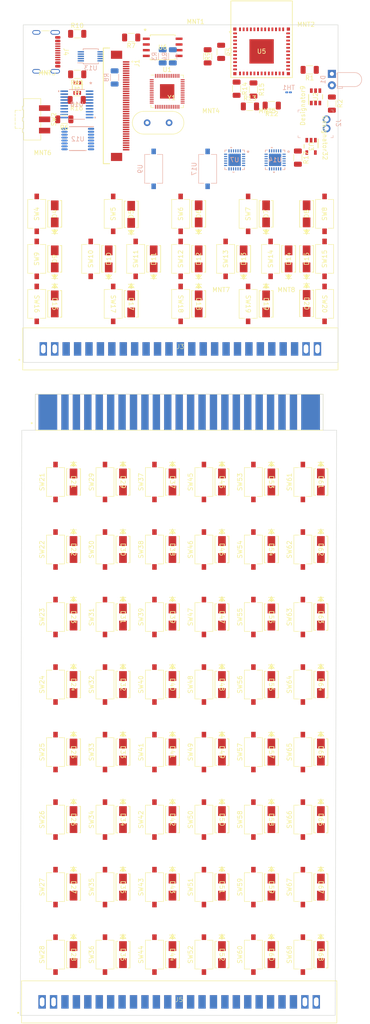
<source format=kicad_pcb>
(kicad_pcb (version 20221018) (generator pcbnew)
  (layers (0 "F.Cu" signal) (31 "B.Cu" signal) (34 "B.Paste" user) (35 "F.Paste" user) (36 "B.SilkS" user "B.Silkscreen") (37 "F.SilkS" user "F.Silkscreen") (38 "B.Mask" user) (39 "F.Mask" user) (44 "Edge.Cuts" user))
  (net 0 "")
  (net 1 "GND")
  (net 2 "Net-(U2-OUT)")
  (net 3 "/RP2040_UART0_TX")
  (net 4 "/RP2040_UART0_RX")
  (net 5 "/DISP_CONN/LEDA")
  (net 6 "/DISP_CONN/RESET")
  (net 7 "/DISP_CONN/DB15")
  (net 8 "/DISP_CONN/DB14")
  (net 9 "/DISP_CONN/DB13")
  (net 10 "/DISP_CONN/DB12")
  (net 11 "/DISP_CONN/DB11")
  (net 12 "/DISP_CONN/DB10")
  (net 13 "/DISP_CONN/DB9")
  (net 14 "/DISP_CONN/DB8")
  (net 15 "/DISP_CONN/DB7")
  (net 16 "/DISP_CONN/DB6")
  (net 17 "/DISP_CONN/DB5")
  (net 18 "/DISP_CONN/DB4")
  (net 19 "Net-(U1-XIN)")
  (net 20 "Net-(U1-XOUT)")
  (net 21 "Net-(U1-VREG_VOUT)")
  (net 22 "/RP2040_SWCLK")
  (net 23 "/RP2040_SWD")
  (net 24 "/DISP_CONN/DB3")
  (net 25 "/DISP_CONN/DB2")
  (net 26 "/DISP_CONN/DB1")
  (net 27 "/DISP_CONN/DB0")
  (net 28 "/DISP_CONN/RD")
  (net 29 "/DISP_CONN/WR")
  (net 30 "/DISP_CONN/RS (D{slash}C)")
  (net 31 "/DISP_CONN/CS")
  (net 32 "/RP2040_CHIP_EN_OUT")
  (net 34 "Net-(U1-USB_DM)")
  (net 35 "Net-(U1-USB_DP)")
  (net 36 "Net-(U1-QSPI_SD3)")
  (net 37 "Net-(U1-QSPI_SCLK)")
  (net 38 "Net-(U1-QSPI_SD0)")
  (net 39 "Net-(U1-QSPI_SD2)")
  (net 40 "Net-(U1-QSPI_SD1)")
  (net 41 "Net-(U1-QSPI_SS)")
  (net 42 "Net-(U2-TS)")
  (net 43 "Net-(D1-K)")
  (net 44 "Net-(U2-ISET)")
  (net 45 "VBUS")
  (net 48 "/RUN_MODE")
  (net 49 "/FLASH_LATCH")
  (net 50 "/LATCH_PULSE")
  (net 51 "+3.3V")
  (net 54 "/CHIP_EN")
  (net 55 "/GPIO_I2C_SDA")
  (net 56 "/GPIO_I2C_SCL")
  (net 57 "/64_GPIO_I2C/~{INT}")
  (net 58 "/64_GPIO_I2C/~{RESET}")
  (net 59 "/ESP32/D-")
  (net 60 "/ESP32/D+")
  (net 61 "/ESP32/IO_14")
  (net 63 "/ESP32/IO_18")
  (net 64 "/GPIO_I2C_INT")
  (net 65 "/ESP32/IO_20")
  (net 66 "/ESP32/IO_21")
  (net 67 "/ESP32/IO_22")
  (net 68 "/ESP32/IO_23")
  (net 73 "/KPA0")
  (net 74 "/KPA1")
  (net 75 "/KPA2")
  (net 76 "/KPA3")
  (net 77 "/KPA4")
  (net 78 "/KPA5")
  (net 79 "/KPA6")
  (net 80 "/KPA7")
  (net 81 "/KPA8")
  (net 82 "/KPA9")
  (net 83 "/KPA10")
  (net 84 "/KPA11")
  (net 85 "/KPA12")
  (net 86 "/KPA13")
  (net 87 "/KPA14")
  (net 88 "/KPA15")
  (net 93 "Net-(U12-B0)")
  (net 94 "/RP2040_BOOTPIN")
  (net 96 "/MODE_MUX/D+")
  (net 97 "/MODE_MUX/D-")
  (net 98 "/MODE_MUX/D- Y")
  (net 99 "/MODE_MUX/D+ Y")
  (net 100 "/KPB0")
  (net 101 "/KPB1")
  (net 102 "/KPB2")
  (net 103 "/KPB3")
  (net 104 "/KPB4")
  (net 105 "/KPB5")
  (net 106 "/KPB6")
  (net 107 "/KPB7")
  (net 108 "/KPB8")
  (net 109 "/KPB9")
  (net 110 "/KPB10")
  (net 111 "/KPB11")
  (net 112 "/KPB12")
  (net 113 "/KPB13")
  (net 114 "/KPB14")
  (net 115 "/KPB15")
  (net 117 "/mathboard/b15")
  (net 118 "/mathboard/b14")
  (net 119 "/mathboard/b13")
  (net 120 "/mathboard/b12")
  (net 121 "Net-(J4-CC1)")
  (net 123 "Net-(J4-CC2)")
  (net 125 "Net-(D1-A)")
  (net 126 "/PWR_RP2040")
  (net 141 "/MODE_PIN")
  (net 142 "/FLASH_PIN")
  (net 143 "/ESP32_UART0_RX")
  (net 144 "/ESP32_UART0_TX")
  (net 145 "/GLOBAL_RESET_PIN")
  (net 146 "VCC")
  (net 147 "Net-(SW2-B)")
  (net 148 "Net-(D4-A)")
  (net 149 "Net-(D5-A)")
  (net 150 "Net-(D6-A)")
  (net 151 "Net-(D7-A)")
  (net 152 "Net-(D8-A)")
  (net 153 "Net-(D9-A)")
  (net 154 "Net-(D10-A)")
  (net 155 "Net-(D11-A)")
  (net 156 "Net-(D12-A)")
  (net 157 "Net-(D13-A)")
  (net 158 "Net-(D14-A)")
  (net 159 "Net-(D15-A)")
  (net 160 "Net-(D16-A)")
  (net 161 "Net-(D17-A)")
  (net 162 "Net-(D18-A)")
  (net 163 "Net-(D19-A)")
  (net 164 "Net-(D20-A)")
  (net 165 "/ESP32/LP_UART_RXD")
  (net 166 "/ESP32/LP_UART_TXD")
  (net 167 "/ESP32/LP_UART_RTSN")
  (net 168 "/ESP32/LP_UART_CTSN")
  (net 181 "Net-(D21-A)")
  (net 182 "Net-(D22-A)")
  (net 183 "Net-(D23-A)")
  (net 184 "/mathboard/b11")
  (net 185 "/mathboard/b10")
  (net 186 "/mathboard/b9")
  (net 187 "/mathboard/b8")
  (net 188 "Net-(D24-A)")
  (net 189 "/mathboard/b7")
  (net 190 "Net-(D25-A)")
  (net 191 "/mathboard/b6")
  (net 192 "Net-(D26-A)")
  (net 193 "/mathboard/b5")
  (net 194 "Net-(D27-A)")
  (net 195 "/mathboard/b4")
  (net 196 "Net-(D28-A)")
  (net 197 "/mathboard/b3")
  (net 198 "Net-(D29-A)")
  (net 199 "/mathboard/b2")
  (net 200 "Net-(D30-A)")
  (net 201 "/mathboard/b1")
  (net 202 "Net-(D31-A)")
  (net 203 "/mathboard/b0")
  (net 204 "Net-(D32-A)")
  (net 205 "/mathboard/3v3")
  (net 206 "Net-(D33-A)")
  (net 207 "/mathboard/scl")
  (net 208 "Net-(D34-A)")
  (net 209 "/mathboard/sda")
  (net 210 "Net-(D35-A)")
  (net 211 "/mathboard/mode")
  (net 212 "Net-(D36-A)")
  (net 213 "Net-(D61-A)")
  (net 214 "Net-(D37-A)")
  (net 215 "Net-(D62-A)")
  (net 216 "Net-(D38-A)")
  (net 217 "Net-(D63-A)")
  (net 218 "Net-(D39-A)")
  (net 219 "Net-(D64-A)")
  (net 220 "Net-(D40-A)")
  (net 221 "Net-(D41-A)")
  (net 222 "Net-(D42-A)")
  (net 223 "Net-(D43-A)")
  (net 224 "Net-(D44-A)")
  (net 225 "Net-(D45-A)")
  (net 226 "Net-(D46-A)")
  (net 227 "Net-(D47-A)")
  (net 228 "Net-(D48-A)")
  (net 229 "Net-(D49-A)")
  (net 230 "Net-(D50-A)")
  (net 231 "Net-(D51-A)")
  (net 232 "Net-(D52-A)")
  (net 233 "Net-(D53-A)")
  (net 234 "Net-(D54-A)")
  (net 235 "Net-(D55-A)")
  (net 236 "Net-(D56-A)")
  (net 237 "Net-(D65-A)")
  (net 238 "Net-(D57-A)")
  (net 239 "Net-(D66-A)")
  (net 240 "Net-(D58-A)")
  (net 241 "Net-(D67-A)")
  (net 242 "Net-(D59-A)")
  (net 243 "Net-(D68-A)")
  (net 244 "Net-(D60-A)")
  (net 245 "/mathboard/int")
  (net 246 "/mathboard/rp_tx")
  (net 247 "/mathboard/rp_rx")
  (net 248 "/mathboard/esp_rx")
  (net 249 "/mathboard/esp_tx")
  (net 250 "/mathboard/reset")
  (net 251 "/mathboard/flash")
  (net 252 "/mathboard/a15")
  (net 253 "/mathboard/a14")
  (net 254 "/mathboard/a13")
  (net 255 "/mathboard/a12")
  (net 256 "/mathboard/a11")
  (net 257 "/mathboard/a10")
  (net 258 "/mathboard/a9")
  (net 259 "/mathboard/a8")
  (net 260 "/mathboard/a7")
  (net 261 "/mathboard/a6")
  (net 262 "/mathboard/a5")
  (net 263 "/mathboard/a4")
  (net 264 "/mathboard/a3")
  (net 265 "/mathboard/a2")
  (net 266 "/mathboard/a1")
  (net 267 "/mathboard/a0")
  (footprint "Button_Switch_SMD:SW_Tactile_SPST_NO_Straight_CK_PTS636Sx25SMTRLFS" (layer "F.Cu") (at 71.176 121.5625 90)
    (fp_text reference "SW53")
    (fp_text value "~")
  )
  (footprint "Button_Switch_SMD:SW_Tactile_SPST_NO_Straight_CK_PTS636Sx25SMTRLFS" (layer "F.Cu") (at 49.176 211.5625 90)
    (fp_text reference "SW43")
    (fp_text value "~")
  )
  (footprint "Button_Switch_SMD:SW_Tactile_SPST_NO_Straight_CK_PTS636Sx25SMTRLFS" (layer "F.Cu") (at 71.176 136.5625 90)
    (fp_text reference "SW54")
    (fp_text value "~")
  )
  (footprint "5530843_5:edgeport" (layer "F.Cu") (at 54.676 237.0625)
    (fp_text reference "J5")
    (fp_text value "5530843-5")
  )
  (footprint "footprints:SMA_SDS" (layer "F.Cu") (at 86.176 181.5625 -90)
    (fp_text reference "D65")
    (fp_text value "~")
  )
  (footprint "footprints:SMA_SDS" (layer "F.Cu") (at 27 82 -90)
    (fp_text reference "D16")
    (fp_text value "D_Small")
  )
  (footprint "Button_Switch_SMD:SW_Tactile_SPST_NO_Straight_CK_PTS636Sx25SMTRLFS" (layer "F.Cu") (at 70 62 90)
    (fp_text reference "SW7")
    (fp_text value "KP_HOME")
  )
  (footprint "footprints:SMA_SDS" (layer "F.Cu") (at 31.176 181.5625 -90)
    (fp_text reference "D25")
    (fp_text value "~")
  )
  (footprint "Button_Switch_SMD:SW_Tactile_SPST_NO_Straight_CK_PTS636Sx25SMTRLFS" (layer "F.Cu") (at 27.176 181.5625 90)
    (fp_text reference "SW25")
    (fp_text value "~")
  )
  (footprint "footprints:DBV0005A_N" (layer "F.Cu") (at 84 47 -90)
    (fp_text reference "U3")
    (fp_text value "TPS613221ADBVR")
  )
  (footprint "Button_Switch_SMD:SW_Tactile_SPST_NO_Straight_CK_PTS636Sx25SMTRLFS" (layer "F.Cu") (at 82.176 121.5625 90)
    (fp_text reference "SW61")
    (fp_text value "~")
  )
  (footprint "MountingHole:MountingHole_2.2mm_M2" (layer "F.Cu") (at 24.3125 51.625)
    (fp_text reference "MNT6")
    (fp_text value "MountingHole_2.2mm_M2")
  )
  (footprint "footprints:SMA_SDS" (layer "F.Cu") (at 75.176 136.5625 -90)
    (fp_text reference "D54")
    (fp_text value "~")
  )
  (footprint "Resistor_SMD:R_1206_3216Metric" (layer "F.Cu") (at 29.125 41 180)
    (fp_text reference "R6")
    (fp_text value "10k")
  )
  (footprint "Resistor_SMD:R_1206_3216Metric" (layer "F.Cu") (at 81.0625 49.5 -90)
    (fp_text reference "R17")
    (fp_text value "10k")
  )
  (footprint "MountingHole:MountingHole_2.2mm_M2" (layer "F.Cu") (at 78.5 82.0625)
    (fp_text reference "MNT8")
    (fp_text value "MountingHole_2.2mm_M2")
  )
  (footprint "Button_Switch_SMD:SW_Tactile_SPST_NO_Straight_CK_PTS636Sx25SMTRLFS" (layer "F.Cu") (at 23 62 90)
    (fp_text reference "SW4")
    (fp_text value "KP_CTRL")
  )
  (footprint "Button_Switch_SMD:SW_Tactile_SPST_NO_Straight_CK_PTS636Sx25SMTRLFS" (layer "F.Cu") (at 71.176 181.5625 90)
    (fp_text reference "SW57")
    (fp_text value "~")
  )
  (footprint "Button_Switch_SMD:SW_Tactile_SPST_NO_Straight_CK_PTS636Sx25SMTRLFS" (layer "F.Cu") (at 49.176 181.5625 90)
    (fp_text reference "SW41")
    (fp_text value "~")
  )
  (footprint "Button_Switch_SMD:SW_Tactile_SPST_NO_Straight_CK_PTS636Sx25SMTRLFS" (layer "F.Cu") (at 35 72 90)
    (fp_text reference "SW10")
    (fp_text value "KP_MODLOCK")
  )
  (footprint "MountingHole:MountingHole_2.2mm_M2" (layer "F.Cu") (at 61.75 42.3125)
    (fp_text reference "MNT4")
    (fp_text value "MountingHole_2.2mm_M2")
  )
  (footprint "Button_Switch_SMD:SW_Tactile_SPST_NO_Straight_CK_PTS636Sx25SMTRLFS" (layer "F.Cu") (at 71.176 166.5625 90)
    (fp_text reference "SW56")
    (fp_text value "~")
  )
  (footprint "Button_Switch_SMD:SW_Tactile_SPST_NO_Straight_CK_PTS636Sx25SMTRLFS" (layer "F.Cu") (at 60.176 211.5625 90)
    (fp_text reference "SW51")
    (fp_text value "~")
  )
  (footprint "MountingHole:MountingHole_2.2mm_M2" (layer "F.Cu") (at 58.3125 22.5)
    (fp_text reference "MNT1")
    (fp_text value "MountingHole_2.2mm_M2")
  )
  (footprint "Button_Switch_SMD:SW_Tactile_SPST_NO_Straight_CK_PTS636Sx25SMTRLFS" (layer "F.Cu") (at 55 72 90)
    (fp_text reference "SW12")
    (fp_text value "KP_OK")
  )
  (footprint "Resistor_SMD:R_1206_3216Metric" (layer "F.Cu") (at 83.6875 30 180)
    (fp_text reference "R1")
    (fp_text value "1K")
  )
  (footprint "Button_Switch_SMD:SW_Tactile_SPST_NO_Straight_CK_PTS636Sx25SMTRLFS" (layer "F.Cu") (at 87 72 90)
    (fp_text reference "SW15")
    (fp_text value "KP_PROG")
  )
  (footprint "Button_Switch_SMD:SW_Tactile_SPST_NO_Straight_CK_PTS636Sx25SMTRLFS" (layer "F.Cu") (at 55 62 90)
    (fp_text reference "SW6")
    (fp_text value "KP_UP")
  )
  (footprint "footprints:SMA_SDS" (layer "F.Cu") (at 31.176 226.5625 -90)
    (fp_text reference "D28")
    (fp_text value "~")
  )
  (footprint "MountingHole:MountingHole_2.2mm_M2" (layer "F.Cu") (at 74.25 42.3125)
    (fp_text reference "MNT5")
    (fp_text value "MountingHole_2.2mm_M2")
  )
  (footprint "Button_Switch_SMD:SW_Tactile_SPST_NO_Straight_CK_PTS636Sx25SMTRLFS" (layer "F.Cu") (at 82.176 226.5625 90)
    (fp_text reference "SW68")
    (fp_text value "~")
  )
  (footprint "5530843_5:edgeport" (layer "F.Cu") (at 54.9375 92)
    (fp_text reference "J3")
    (fp_text value "5530843-5")
  )
  (footprint "Button_Switch_SMD:SW_Tactile_SPST_NO_Straight_CK_PTS636Sx25SMTRLFS" (layer "F.Cu") (at 82.176 211.5625 90)
    (fp_text reference "SW67")
    (fp_text value "~")
  )
  (footprint "Button_Switch_SMD:SW_Tactile_SPST_NO_Straight_CK_PTS636Sx25SMTRLFS" (layer "F.Cu") (at 55 82 -90)
    (fp_text reference "SW18")
    (fp_text value "KP_DOWN")
  )
  (footprint "footprints:SMA_SDS" (layer "F.Cu") (at 86.176 196.5625 -90)
    (fp_text reference "D66")
    (fp_text value "~")
  )
  (footprint "Button_Switch_SMD:SW_Tactile_SPST_NO_Straight_CK_PTS636Sx25SMTRLFS" (layer "F.Cu") (at 82.176 196.5625 90)
    (fp_text reference "SW66")
    (fp_text value "~")
  )
  (footprint "Button_Switch_SMD:SW_Tactile_SPST_NO_Straight_CK_PTS636Sx25SMTRLFS" (layer "F.Cu") (at 82.176 136.5625 90)
    (fp_text reference "SW62")
    (fp_text value "~")
  )
  (footprint "Button_Switch_SMD:SW_SPDT_CK-JS102011SAQN" (layer "F.Cu") (at 22 41 -90)
    (fp_text reference "SW2")
    (fp_text value "MODE_SWITCH")
  )
  (footprint "footprints:SMA_SDS" (layer "F.Cu") (at 59 72 90)
    (fp_text reference "D12")
    (fp_text value "D_Small")
  )
  (footprint "footprints:SMA_SDS" (layer "F.Cu") (at 53.176 121.5625 -90)
    (fp_text reference "D37")
    (fp_text value "~")
  )
  (footprint "Button_Switch_SMD:SW_Tactile_SPST_NO_Straight_CK_PTS636Sx25SMTRLFS" (layer "F.Cu") (at 49.176 121.5625 90)
    (fp_text reference "SW37")
    (fp_text value "~")
  )
  (footprint "Button_Switch_SMD:SW_Tactile_SPST_NO_Straight_CK_PTS636Sx25SMTRLFS" (layer "F.Cu") (at 27.176 211.5625 90)
    (fp_text reference "SW27")
    (fp_text value "~")
  )
  (footprint "footprints:SMA_SDS" (layer "F.Cu") (at 79 72 90)
    (fp_text reference "D14")
    (fp_text value "D_Small")
  )
  (footprint "Button_Switch_SMD:SW_Tactile_SPST_NO_Straight_CK_PTS636Sx25SMTRLFS" (layer "F.Cu") (at 60.176 136.5625 90)
    (fp_text reference "SW46")
    (fp_text value "~")
  )
  (footprint "footprints:SMA_SDS" (layer "F.Cu") (at 42.176 136.5625 -90)
    (fp_text reference "D30")
    (fp_text value "~")
  )
  (footprint "Button_Switch_SMD:SW_Tactile_SPST_NO_Straight_CK_PTS636Sx25SMTRLFS" (layer "F.Cu") (at 87 62 90)
    (fp_text reference "SW8")
    (fp_text value "KP_POWER")
  )
  (footprint "footprints:DCK0006A_N" (layer "F.Cu") (at 32 34 -90)
    (fp_text reference "U11")
    (fp_text value "TPS22919DCKR")
  )
  (footprint "footprints:SMA_SDS" (layer "F.Cu") (at 42.176 151.5625 -90)
    (fp_text reference "D31")
    (fp_text value "~")
  )
  (footprint "Resistor_SMD:R_1206_3216Metric" (layer "F.Cu") (at 70.4 38.125)
    (fp_text reference "R13")
    (fp_text value "2k")
  )
  (footprint "Button_Switch_SMD:SW_Tactile_SPST_NO_Straight_CK_PTS636Sx25SMTRLFS" (layer "F.Cu") (at 71.176 196.5625 90)
    (fp_text reference "SW58")
    (fp_text value "~")
  )
  (footprint "footprints:SMA_SDS" (layer "F.Cu") (at 75.176 151.5625 -90)
    (fp_text reference "D55")
    (fp_text value "~")
  )
  (footprint "Resistor_SMD:R_1206_3216Metric" (layer "F.Cu") (at 64 26 -90)
    (fp_text reference "R5")
    (fp_text value "10k")
  )
  (footprint "footprints:SMA_SDS" (layer "F.Cu") (at 42.176 226.5625 -90)
    (fp_text reference "D36")
    (fp_text value "~")
  )
  (footprint "footprints:SMA_SDS" (layer "F.Cu") (at 53.176 166.5625 -90)
    (fp_text reference "D40")
    (fp_text value "~")
  )
  (footprint "footprints:SMA_SDS" (layer "F.Cu") (at 64.176 211.5625 -90)
    (fp_text reference "D51")
    (fp_text value "~")
  )
  (footprint "footprints:SMA_SDS" (layer "F.Cu") (at 86.176 226.5625 -90)
    (fp_text reference "D68")
    (fp_text value "~")
  )
  (footprint "Button_Switch_SMD:SW_Tactile_SPST_NO_Straight_CK_PTS636Sx25SMTRLFS" (layer "F.Cu") (at 49.176 166.5625 90)
    (fp_text reference "SW40")
    (fp_text value "~")
  )
  (footprint "footprints:SMA_SDS" (layer "F.Cu") (at 64.176 226.5625 -90)
    (fp_text reference "D52")
    (fp_text value "~")
  )
  (footprint "footprints:SMA_SDS" (layer "F.Cu") (at 59 82 -90)
    (fp_text reference "D18")
    (fp_text value "D_Small")
  )
  (footprint "footprints:SMA_SDS" (layer "F.Cu") (at 75.176 166.5625 -90)
    (fp_text reference "D56")
    (fp_text value "~")
  )
  (footprint "footprints:SMA_SDS" (layer "F.Cu") (at 64.176 196.5625 -90)
    (fp_text reference "D50")
    (fp_text value "~")
  )
  (footprint "Button_Switch_SMD:SW_Tactile_SPST_NO_Straight_CK_PTS636Sx25SMTRLFS" (layer "F.Cu") (at 45 72 90)
    (fp_text reference "SW11")
    (fp_text value "KP_LEFT")
  )
  (footprint "5530843_5:edge" (layer "F.Cu") (at 54.676 106.0625)
    (fp_text reference "U4" hide)
    (fp_text value "~" hide)
  )
  (footprint "footprints:SMA_SDS" (layer "F.Cu") (at 64.176 166.5625 -90)
    (fp_text reference "D48")
    (fp_text value "~")
  )
  (footprint "footprints:SMA_SDS" (layer "F.Cu") (at 64.176 151.5625 -90)
    (fp_text reference "D47")
    (fp_text value "~")
  )
  (footprint "footprints:SMA_SDS" (layer "F.Cu") (at 27 72 90)
    (fp_text reference "D9")
    (fp_text value "D_Small")
  )
  (footprint "Button_Switch_SMD:SW_Tactile_SPST_NO_Straight_CK_PTS636Sx25SMTRLFS" (layer "F.Cu") (at 60.176 196.5625 90)
    (fp_text reference "SW50")
    (fp_text value "~")
  )
  (footprint "Button_Switch_SMD:SW_Tactile_SPST_NO_Straight_CK_PTS636Sx25SMTRLFS" (layer "F.Cu") (at 23 82 -90)
    (fp_text reference "SW16")
    (fp_text value "KP_MENU")
  )
  (footprint "footprints:SMA_SDS" (layer "F.Cu") (at 39 72 90)
    (fp_text reference "D10")
    (fp_text value "D_Small")
  )
  (footprint "footprints:SMA_SDS" (layer "F.Cu") (at 69 72 90)
    (fp_text reference "D13")
    (fp_text value "D_Small")
  )
  (footprint "footprints:SMA_SDS" (layer "F.Cu") (at 53.176 151.5625 -90)
    (fp_text reference "D39")
    (fp_text value "~")
  )
  (footprint "Button_Switch_SMD:SW_Tactile_SPST_NO_Straight_CK_PTS636Sx25SMTRLFS" (layer "F.Cu") (at 71.176 226.5625 90)
    (fp_text reference "SW60")
    (fp_text value "~")
  )
  (footprint "footprints:SMA_SDS" (layer "F.Cu") (at 42.176 181.5625 -90)
    (fp_text reference "D33")
    (fp_text value "~")
  )
  (footprint "Resistor_SMD:R_1206_3216Metric" (layer "F.Cu") (at 71.1875 34.375 -90)
    (fp_text reference "R15")
    (fp_text value "2k")
  )
  (footprint "footprints:SMA_SDS" (layer "F.Cu") (at 53.176 136.5625 -90)
    (fp_text reference "D38")
    (fp_text value "~")
  )
  (footprint "Button_Switch_SMD:SW_Tactile_SPST_NO_Straight_CK_PTS636Sx25SMTRLFS" (layer "F.Cu") (at 27.176 166.5625 90)
    (fp_text reference "SW24")
    (fp_text value "~")
  )
  (footprint "footprints:DBV0006A_N" (layer "F.Cu") (at 85 36 90)
    (fp_text reference "U2")
    (fp_text value "BQ21040DBVR")
  )
  (footprint "footprints:SMA_SDS" (layer "F.Cu") (at 31.176 151.5625 -90)
    (fp_text reference "D23")
    (fp_text value "~")
  )
  (footprint "footprints:SMA_SDS" (layer "F.Cu") (at 74 82 -90)
    (fp_text reference "D19")
    (fp_text value "D_Small")
  )
  (footprint "Package_DFN_QFN:QFN-56-1EP_7x7mm_P0.4mm_EP3.2x3.2mm" (layer "F.Cu") (at 52 34.78125)
    (fp_text reference "U1")
    (fp_text value "RP2040")
  )
  (footprint "footprints:SOIC-8_5P28X5P28_WIN" (layer "F.Cu") (at 51 25)
    (fp_text reference "U6")
    (fp_text value "W25Q32JVSSIQ")
  )
  (footprint "Button_Switch_SMD:SW_Tactile_SPST_NO_Straight_CK_PTS636Sx25SMTRLFS" (layer "F.Cu") (at 87 82 -90)
    (fp_text reference "SW20")
    (fp_text value "KP_FUNCS")
  )
  (footprint "Button_Switch_SMD:SW_Tactile_SPST_NO_Straight_CK_PTS636Sx25SMTRLFS" (layer "F.Cu") (at 27.176 196.5625 90)
    (fp_text reference "SW26")
    (fp_text value "~")
  )
  (footprint "footprints:SMA_SDS" (layer "F.Cu") (at 44 62.1049 90)
    (fp_text reference "D5")
    (fp_text value "D_Small")
  )
  (footprint "Button_Switch_SMD:SW_Tactile_SPST_NO_Straight_CK_PTS636Sx25SMTRLFS" (layer "F.Cu") (at 38.176 211.5625 90)
    (fp_text reference "SW35")
    (fp_text value "~")
  )
  (footprint "footprints:SMA_SDS" (layer "F.Cu") (at 31.176 121.5625 -90)
    (fp_text reference "D21")
    (fp_text value "~")
  )
  (footprint "footprints:ESP32-C6_EXP" (layer "F.Cu") (at 73 23.210928)
    (fp_text reference "U5")
    (fp_text value "ESP32-C6-MINI-1-H4")
  )
  (footprint "footprints:SMA_SDS" (layer "F.Cu") (at 86.176 151.5625 -90)
    (fp_text reference "D63")
    (fp_text value "~")
  )
  (footprint "Button_Switch_SMD:SW_Tactile_SPST_NO_Straight_CK_PTS636Sx25SMTRLFS" (layer "F.Cu") (at 27.176 151.5625 90)
    (fp_text reference "SW23")
    (fp_text value "~")
  )
  (footprint "Button_Switch_SMD:SW_Tactile_SPST_NO_Straight_CK_PTS636Sx25SMTRLFS" (layer "F.Cu") (at 38.176 151.5625 90)
    (fp_text reference "SW31")
    (fp_text value "~")
  )
  (footprint "footprints:SMA_SDS" (layer "F.Cu") (at 31.176 196.5625 -90)
    (fp_text reference "D26")
    (fp_text value "~")
  )
  (footprint "footprints:SMA_SDS" (layer "F.Cu") (at 42.176 196.5625 -90)
    (fp_text reference "D34")
    (fp_text value "~")
  )
  (footprint "footprints:SMA_SDS" (layer "F.Cu") (at 53.176 226.5625 -90)
    (fp_text reference "D44")
    (fp_text value "~")
  )
  (footprint "Button_Switch_SMD:SW_Tactile_SPST_NO_Straight_CK_PTS636Sx25SMTRLFS" (layer "F.Cu") (at 38.176 166.5625 90)
    (fp_text reference "SW32")
    (fp_text value "~")
  )
  (footprint "Resistor_SMD:R_1206_3216Metric" (layer "F.Cu") (at 88.625 37.5 -90)
    (fp_text reference "R2")
    (fp_text value "1.5k")
  )
  (footprint "footprints:SMA_SDS" (layer "F.Cu") (at 59 62 90)
    (fp_text reference "D6")
    (fp_text value "D_Small")
  )
  (footprint "Button_Switch_SMD:SW_Tactile_SPST_NO_Straight_CK_PTS636Sx25SMTRLFS" (layer "F.Cu") (at 65 72 90)
    (fp_text reference "SW13")
    (fp_text value "KP_RIGHT")
  )
  (footprint "Button_Switch_SMD:SW_Tactile_SPST_NO_Straight_CK_PTS636Sx25SMTRLFS" (layer "F.Cu") (at 82.176 181.5625 90)
    (fp_text reference "SW65")
    (fp_text value "~")
  )
  (footprint "footprints:SMA_SDS" (layer "F.Cu") (at 64.176 121.5625 -90)
    (fp_text reference "D45")
    (fp_text value "~")
  )
  (footprint "Button_Switch_SMD:SW_Tactile_SPST_NO_Straight_CK_PTS636Sx25SMTRLFS" (layer "F.Cu") (at 70 82 -90)
    (fp_text reference "SW19")
    (fp_text value "KP_TASKS")
  )
  (footprint "Button_Switch_SMD:SW_Tactile_SPST_NO_Straight_CK_PTS636Sx25SMTRLFS" (layer "F.Cu") (at 71.176 151.5625 90)
    (fp_text reference "SW55")
    (fp_text value "~")
  )
  (footprint "footprints:SMA_SDS" (layer "F.Cu") (at 86.176 211.5625 -90)
    (fp_text reference "D67")
    (fp_text value "~")
  )
  (footprint "Resistor_SMD:R_1206_3216Metric" (layer "F.Cu") (at 32 31 180)
    (fp_text reference "R11")
    (fp_text value "5.1k")
  )
  (footprint "footprints:SMA_SDS" (layer "F.Cu") (at 86.176 166.5625 -90)
    (fp_text reference "D64")
    (fp_text value "~")
  )
  (footprint "footprints:SMA_SDS" (layer "F.Cu") (at 74 62 90)
    (fp_text reference "D7")
    (fp_text value "D_Small")
  )
  (footprint "Button_Switch_SMD:SW_Tactile_SPST_NO_Straight_CK_PTS636Sx25SMTRLFS" (layer "F.Cu") (at 82.176 151.5625 90)
    (fp_text reference "SW63")
    (fp_text value "~")
  )
  (footprint "footprints:SMA_SDS" (layer "F.Cu") (at 42.176 121.5625 -90)
    (fp_text reference "D29")
    (fp_text value "~")
  )
  (footprint "Resistor_SMD:R_1206_3216Metric" (layer "F.Cu") (at 75.25 37.9375 180)
    (fp_text reference "R12")
    (fp_text value "2k")
  )
  (footprint "footprints:SMA_SDS" (layer "F.Cu") (at 42.176 166.5625 -90)
    (fp_text reference "D32")
    (fp_text value "~")
  )
  (footprint "footprints:SMA_SDS" (layer "F.Cu") (at 53.176 196.5625 -90)
    (fp_text reference "D42")
    (fp_text value "~")
  )
  (footprint "Button_Switch_SMD:SW_Tactile_SPST_NO_Straight_CK_PTS636Sx25SMTRLFS" (layer "F.Cu") (at 49.176 136.5625 90)
    (fp_text reference "SW38")
    (fp_text value "~")
  )
  (footprint "footprints:SMA_SDS" (layer "F.Cu") (at 64.176 181.5625 -90)
    (fp_text reference "D49")
    (fp_text value "~")
  )
  (footprint "footprints:SMA_SDS" (layer "F.Cu") (at 42.176 211.5625 -90)
    (fp_text reference "D35")
    (fp_text value "~")
  )
  (footprint "Button_Switch_SMD:SW_Tactile_SPST_NO_Straight_CK_PTS636Sx25SMTRLFS" (layer "F.Cu") (at 27.176 226.5625 90)
    (fp_text reference "SW28")
    (fp_text value "~")
  )
  (footprint "footprints:SMA_SDS" (layer "F.Cu") (at 31.176 166.5625 -90)
    (fp_text reference "D24")
    (fp_text value "~")
  )
  (footprint "Button_Switch_SMD:SW_Tactile_SPST_NO_Straight_CK_PTS636Sx25SMTRLFS" (layer "F.Cu") (at 82.176 166.5625 90)
    (fp_text reference "SW64")
    (fp_text value "~")
  )
  (footprint "Button_Switch_SMD:SW_Tactile_SPST_NO_Straight_CK_PTS636Sx25SMTRLFS" (layer "F.Cu") (at 38.176 181.5625 90)
    (fp_text reference "SW33")
    (fp_text value "~")
  )
  (footprint "Button_Switch_SMD:SW_Tactile_SPST_NO_Straight_CK_PTS636Sx25SMTRLFS" (layer "F.Cu") (at 27.176 136.5625 90)
    (fp_text reference "SW22")
    (fp_text value "~")
  )
  (footprint "footprints:SMA_SDS" (layer "F.Cu") (at 75.176 196.5625 -90)
    (fp_text reference "D58")
    (fp_text value "~")
  )
  (footprint "Resistor_SMD:R_1206_3216Metric" (layer "F.Cu") (at 31.875 36.6875 180)
    (fp_text reference "R16")
    (fp_text value "10k")
  )
  (footprint "MountingHole:MountingHole_2.2mm_M2" (layer "F.Cu") (at 25.3125 33.875)
    (fp_text reference "MNT3")
    (fp_text value "MountingHole_2.2mm_M2")
  )
  (footprint "footprints:SMA_SDS" (layer "F.Cu") (at 75.176 121.5625 -90)
    (fp_text reference "D53")
    (fp_text value "~")
  )
  (footprint "footprints:GCT_FFC2B21-40-T_REVA" (layer "F.Cu") (at 42.875 38 -90)
    (fp_text reference "J1")
    (fp_text value "FFC2B21-40-T_REVA")
  )
  (footprint "Button_Switch_SMD:SW_Tactile_SPST_NO_Straight_CK_PTS636Sx25SMTRLFS" (layer "F.Cu") (at 60.176 181.5625 90)
    (fp_text reference "SW49")
    (fp_text value "~")
  )
  (footprint "Button_Switch_SMD:SW_Tactile_SPST_NO_Straight_CK_PTS636Sx25SMTRLFS" (layer "F.Cu") (at 49.176 151.5625 90)
    (fp_text reference "SW39")
    (fp_text value "~")
  )
  (footprint "footprints:SMA_SDS" (layer "F.Cu") (at 27 62 90)
    (fp_text reference "D4")
    (fp_text value "D_Small")
  )
  (footprint "footprints:SMA_SDS" (layer "F.Cu") (at 75.176 211.5625 -90)
    (fp_text reference "D59")
    (fp_text value "~")
  )
  (footprint "Button_Switch_SMD:SW_Tactile_SPST_NO_Straight_CK_PTS636Sx25SMTRLFS" (layer "F.Cu") (at 60.176 121.5625 90)
    (fp_text reference "SW45")
    (fp_text value "~")
  )
  (footprint "Crystal:Crystal_HC49-4H_Vertical" (layer "F.Cu") (at 47.55 41.75)
    (fp_text reference "Y1")
    (fp_text value "12MHz")
  )
  (footprint "footprints:SMA_SDS" (layer "F.Cu") (at 75.176 181.5625 -90)
    (fp_text reference "D57")
    (fp_text value "~")
  )
  (footprint "footprints:SMA_SDS" (layer "F.Cu") (at 49 72 90)
    (fp_text reference "D11")
    (fp_text value "D_Small")
  )
  (footprint "Resistor_SMD:R_1206_3216Metric" (layer "F.Cu") (at 67.4375 34.1875 -90)
    (fp_text reference "R14")
    (fp_text value "2k")
  )
  (footprint "Button_Switch_SMD:SW_Tactile_SPST_NO_Straight_CK_PTS636Sx25SMTRLFS" (layer "F.Cu") (at 38.176 136.5625 90)
    (fp_text reference "SW30")
    (fp_text value "~")
  )
  (footprint "footprints:SMA_SDS" (layer "F.Cu") (at 53.176 181.5625 -90)
    (fp_text reference "D41")
    (fp_text value "~")
  )
  (footprint "footprints:SMA_SDS" (layer "F.Cu") (at 64.176 136.5625 -90)
    (fp_text reference "D46")
    (fp_text value "~")
  )
  (footprint "Button_Switch_SMD:SW_Tactile_SPST_NO_Straight_CK_PTS636Sx25SMTRLFS" (layer "F.Cu") (at 60.176 151.5625 90)
    (fp_text reference "SW47")
    (fp_text value "~")
  )
  (footprint "footprints:SMA_SDS" (layer "F.Cu") (at 31.176 211.5625 -90)
    (fp_text reference "D27")
    (fp_text value "~")
  )
  (footprint "Resistor_SMD:R_1206_3216Metric" (layer "F.Cu") (at 44 22.8125 180)
    (fp_text reference "R7")
    (fp_text value "10k")
  )
  (footprint "footprints:SMA_SDS" (layer "F.Cu") (at 83 72 90)
    (fp_text reference "D15")
    (fp_text value "D_Small")
  )
  (footprint "footprints:SMA_SDS" (layer "F.Cu") (at 86.176 136.5625 -90)
    (fp_text reference "D62")
    (fp_text value "~")
  )
  (footprint "footprints:SMA_SDS" (layer "F.Cu") (at 83 81.8951 -90)
    (fp_text reference "D20")
    (fp_text value "D_Small")
  )
  (footprint "Button_Switch_SMD:SW_Tactile_SPST_NO_Straight_CK_PTS636Sx25SMTRLFS" (layer "F.Cu") (at 60.176 226.5625 90)
    (fp_text reference "SW52")
    (fp_text value "~")
  )
  (footprint "Button_Switch_SMD:SW_Tactile_SPST_NO_Straight_CK_PTS636Sx25SMTRLFS" (layer "F.Cu") (at 38.176 121.5625 90)
    (fp_text reference "SW29")
    (fp_text value "~")
  )
  (footprint "Resistor_SMD:R_1206_3216Metric" (layer "F.Cu") (at 32 22)
    (fp_text reference "R10")
    (fp_text value "5.1k")
  )
  (footprint "footprints:SMA_SDS" (layer "F.Cu") (at 86.176 121.5625 -90)
    (fp_text reference "D61")
    (fp_text value "~")
  )
  (footprint "Button_Switch_SMD:SW_Tactile_SPST_NO_Straight_CK_PTS636Sx25SMTRLFS" (layer "F.Cu") (at 38.176 226.5625 90)
    (fp_text reference "SW36")
    (fp_text value "~")
  )
  (footprint "footprints:SMA_SDS" (layer "F.Cu") (at 83 62 90)
    (fp_text reference "D8")
    (fp_text value "D_Small" hide)
  )
  (footprint "Button_Switch_SMD:SW_Tactile_SPST_NO_Straight_CK_PTS636Sx25SMTRLFS" (layer "F.Cu") (at 71.176 211.5625 90)
    (fp_text reference "SW59")
    (fp_text value "~")
  )
  (footprint "footprints:SMA_SDS" (layer "F.Cu") (at 53.176 211.5625 -90)
    (fp_text reference "D43")
    (fp_text value "~")
  )
  (footprint "Button_Switch_SMD:SW_Tactile_SPST_NO_Straight_CK_PTS636Sx25SMTRLFS" (layer "F.Cu") (at 40 82 -90)
    (fp_text reference "SW17")
    (fp_text value "KP_BACK")
  )
  (footprint "Button_Switch_SMD:SW_Tactile_SPST_NO_Straight_CK_PTS636Sx25SMTRLFS" (layer "F.Cu") (at 49.176 226.5625 90)
    (fp_text reference "SW44")
    (fp_text value "~")
  )
  (footprint "Button_Switch_SMD:SW_Tactile_SPST_NO_Straight_CK_PTS636Sx25SMTRLFS" (layer "F.Cu") (at 27.176 121.5625 90)
    (fp_text reference "SW21")
    (fp_text value "~")
  )
  (footprint "footprints:SMA_SDS" (layer "F.Cu") (at 75.176 226.5625 -90)
    (fp_text reference "D60")
    (fp_text value "~")
  )
  (footprint "Button_Switch_SMD:SW_Tactile_SPST_NO_Straight_CK_PTS636Sx25SMTRLFS" (layer "F.Cu") (at 23 72 90)
    (fp_text reference "SW9")
    (fp_text value "KP_ALT")
  )
  (footprint "footprints:SMA_SDS" (layer "F.Cu") (at 31.176 136.5625 -90)
    (fp_text reference "D22")
    (fp_text value "~")
  )
  (footprint "Button_Switch_SMD:SW_Tactile_SPST_NO_Straight_CK_PTS636Sx25SMTRLFS" (layer "F.Cu") (at 40 62 90)
    (fp_text reference "SW5")
    (fp_text value "KP_SHIFT")
  )
  (footprint "Button_Switch_SMD:SW_Tactile_SPST_NO_Straight_CK_PTS636Sx25SMTRLFS" (layer "F.Cu") (at 49.176 196.5625 90)
    (fp_text reference "SW42")
    (fp_text value "~")
  )
  (footprint "Resistor_SMD:R_1206_3216Metric" (layer "F.Cu") (at 61 27 -90)
    (fp_text reference "R9")
    (fp_text value "10k")
  )
  (footprint "footprints:SMA_SDS" (layer "F.Cu") (at 44 82 -90)
    (fp_text reference "D17")
    (fp_text value "D_Small")
  )
  (footprint "Connector_USB:USB_C_Receptacle_GCT_USB4105-xx-A_16P_TopMnt_Horizontal" (layer "F.Cu") (at 24 26 -90)
    (fp_text reference "J4")
    (fp_text value "USB4105-GF-A")
  )
  (footprint "Button_Switch_SMD:SW_Tactile_SPST_NO_Straight_CK_PTS636Sx25SMTRLFS" (layer "F.Cu") (at 38.176 196.5625 90)
    (fp_text reference "SW34")
    (fp_text value "~")
  )
  (footprint "Button_Switch_SMD:SW_Tactile_SPST_NO_Straight_CK_PTS636Sx25SMTRLFS" (layer "F.Cu") (at 75 72 90)
    (fp_text reference "SW14")
    (fp_text value "KP_HELP")
  )
  (footprint "Button_Switch_SMD:SW_Tactile_SPST_NO_Straight_CK_PTS636Sx25SMTRLFS" (layer "F.Cu") (at 60.176 166.5625 90)
    (fp_text reference "SW48")
    (fp_text value "~")
  )
  (footprint "MountingHole:MountingHole_2.2mm_M2" (layer "F.Cu") (at 82.875 23.125)
    (fp_text reference "MNT2")
    (fp_text value "MountingHole_2.2mm_M2")
  )
  (footprint "MountingHole:MountingHole_2.2mm_M2" (layer "F.Cu") (at 64 82.0625)
    (fp_text reference "MNT7")
    (fp_text value "MountingHole_2.2mm_M2")
  )
  (footprint "footprints:PW0016A_N" (layer "B.Cu") (at 32.125 45.375 180)
    (fp_text reference "U12")
    (fp_text value "CD4053B")
  )
  (footprint "footprints:PW20" (layer "B.Cu") (at 31.9306 37.675 180)
    (fp_text reference "U18")
    (fp_text value "SN74HCT373PWR")
  )
  (footprint "Resistor_SMD:R_1206_3216Metric" (layer "B.Cu") (at 40.3125 31.6875 -90)
    (fp_text reference "R8")
    (fp_text value "1k")
  )
  (footprint "Resistor_SMD:R_0201_0603Metric_Pad0.64x0.40mm_HandSolder" (layer "B.Cu") (at 79 35 180)
    (fp_text reference "TH1")
    (fp_text value "battery thermistor")
  )
  (footprint "Resistor_SMD:R_1206_3216Metric" (layer "B.Cu") (at 53.25 27 -90)
    (fp_text reference "R4")
    (fp_text value "27")
  )
  (footprint "Button_Switch_SMD:SW_Tactile_SPST_NO_Straight_CK_PTS636Sx25SMTRLFS" (layer "B.Cu") (at 49 52 -90)
    (fp_text reference "U9")
    (fp_text value "FLASH_BTN")
  )
  (footprint "footprints:TQFN44-24_KIN" (layer "B.Cu") (at 76 50 180)
    (fp_text reference "U14")
    (fp_text value "KTS1622EUAA-TR")
  )
  (footprint "footprints:TQFN44-24_KIN" (layer "B.Cu") (at 67 50 180)
    (fp_text reference "U7")
    (fp_text value "KTS1622EUAA-TR")
  )
  (footprint "digikey-footprints:PinHeader_1x2_P2mm_Drill1mm_RA" (layer "B.Cu") (at 87.45 43.02 90)
    (fp_text reference "J2")
    (fp_text value "battery")
  )
  (footprint "LED_THT:LED_D3.0mm_Horizontal_O1.27mm_Z2.0mm" (layer "B.Cu") (at 88.625 30.8975 -90)
    (fp_text reference "D1")
    (fp_text value "charge led")
  )
  (footprint "Package_SO:MSOP-10_3x3mm_P0.5mm" (layer "B.Cu") (at 35 27)
    (fp_text reference "U13")
    (fp_text value "FSUSB42MUX")
  )
  (footprint "Resistor_SMD:R_1206_3216Metric" (layer "B.Cu") (at 51 27 -90)
    (fp_text reference "R3")
    (fp_text value "27")
  )
  (footprint "Button_Switch_SMD:SW_Tactile_SPST_NO_Straight_CK_PTS636Sx25SMTRLFS" (layer "B.Cu") (at 61 52 -90)
    (fp_text reference "U17")
    (fp_text value "RESET_BTN")
  )
  (gr_poly (pts (xy 19.676 110.0625) (xy 22.676 110.0625) (xy 22.676 102.0625) (xy 86.676 102.0625) (xy 86.676 110.0625) (xy 89.676 110.0625) (xy 89.3635 240.0625) (xy 19.3635 240.0625)) (stroke (width 0.1)) (fill none) (layer "Edge.Cuts"))
  (gr_rect (start 20 20) (end 90 95) (stroke (width 0.1)) (fill none) (layer "Edge.Cuts"))
)
</source>
